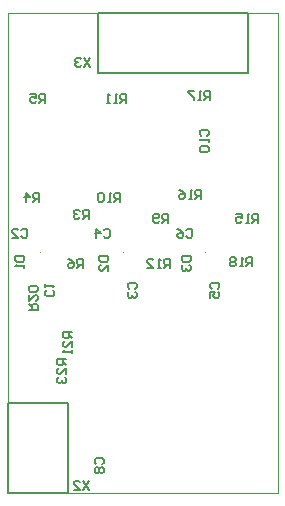
<source format=gbo>
%FSLAX25Y25*%
%MOIN*%
G70*
G01*
G75*
G04 Layer_Color=11599871*
%ADD10R,0.06299X0.07087*%
%ADD11R,0.12362X0.02835*%
%ADD12R,0.15748X0.02362*%
%ADD13R,0.02402X0.03268*%
%ADD14R,0.15748X0.08465*%
%ADD15O,0.02362X0.08661*%
%ADD16R,0.03543X0.03150*%
%ADD17R,0.03937X0.05906*%
G04:AMPARAMS|DCode=18|XSize=8.66mil|YSize=27.56mil|CornerRadius=0mil|HoleSize=0mil|Usage=FLASHONLY|Rotation=45.000|XOffset=0mil|YOffset=0mil|HoleType=Round|Shape=Rectangle|*
%AMROTATEDRECTD18*
4,1,4,0.00668,-0.01281,-0.01281,0.00668,-0.00668,0.01281,0.01281,-0.00668,0.00668,-0.01281,0.0*
%
%ADD18ROTATEDRECTD18*%

G04:AMPARAMS|DCode=19|XSize=8.66mil|YSize=27.56mil|CornerRadius=0mil|HoleSize=0mil|Usage=FLASHONLY|Rotation=315.000|XOffset=0mil|YOffset=0mil|HoleType=Round|Shape=Rectangle|*
%AMROTATEDRECTD19*
4,1,4,-0.01281,-0.00668,0.00668,0.01281,0.01281,0.00668,-0.00668,-0.01281,-0.01281,-0.00668,0.0*
%
%ADD19ROTATEDRECTD19*%

%ADD20P,0.20044X4X360.0*%
%ADD21C,0.02000*%
%ADD22C,0.00600*%
%ADD23C,0.00800*%
%ADD24R,0.58000X0.10500*%
%ADD25R,0.07000X0.20000*%
%ADD26R,0.11000X0.04500*%
%ADD27R,0.10000X0.04500*%
%ADD28R,0.07500X0.05500*%
%ADD29R,0.07000X0.17000*%
%ADD30R,0.07000X0.33000*%
%ADD31R,0.08000X0.05500*%
%ADD32R,0.06500X0.17000*%
%ADD33C,0.00200*%
%ADD34R,0.05906X0.05906*%
%ADD35C,0.05906*%
%ADD36R,0.05906X0.05906*%
%ADD37C,0.01969*%
%ADD38R,0.07087X0.06299*%
%ADD39R,0.05906X0.05118*%
%ADD40R,0.01378X0.01378*%
%ADD41R,0.03150X0.03543*%
%ADD42R,0.04500X0.14500*%
%ADD43R,0.08000X0.19000*%
%ADD44R,0.08000X0.19500*%
%ADD45R,0.07000X0.21000*%
%ADD46R,0.07000X0.19500*%
%ADD47R,0.17000X0.07500*%
%ADD48R,0.23500X0.07500*%
%ADD49R,0.23000X0.07500*%
%ADD50C,0.00984*%
%ADD51C,0.00787*%
%ADD52C,0.00500*%
%ADD53R,0.07099X0.07887*%
%ADD54R,0.13162X0.03635*%
%ADD55R,0.16548X0.03162*%
%ADD56R,0.03202X0.04068*%
%ADD57R,0.16548X0.09265*%
%ADD58O,0.03162X0.09461*%
%ADD59R,0.04343X0.03950*%
%ADD60R,0.04737X0.06706*%
G04:AMPARAMS|DCode=61|XSize=16.66mil|YSize=35.56mil|CornerRadius=0mil|HoleSize=0mil|Usage=FLASHONLY|Rotation=45.000|XOffset=0mil|YOffset=0mil|HoleType=Round|Shape=Rectangle|*
%AMROTATEDRECTD61*
4,1,4,0.00668,-0.01846,-0.01846,0.00668,-0.00668,0.01846,0.01846,-0.00668,0.00668,-0.01846,0.0*
%
%ADD61ROTATEDRECTD61*%

G04:AMPARAMS|DCode=62|XSize=16.66mil|YSize=35.56mil|CornerRadius=0mil|HoleSize=0mil|Usage=FLASHONLY|Rotation=315.000|XOffset=0mil|YOffset=0mil|HoleType=Round|Shape=Rectangle|*
%AMROTATEDRECTD62*
4,1,4,-0.01846,-0.00668,0.00668,0.01846,0.01846,0.00668,-0.00668,-0.01846,-0.01846,-0.00668,0.0*
%
%ADD62ROTATEDRECTD62*%

%ADD63P,0.21175X4X360.0*%
%ADD64R,0.06706X0.06706*%
%ADD65C,0.06706*%
%ADD66R,0.06706X0.06706*%
%ADD67C,0.02769*%
%ADD68R,0.07887X0.07099*%
%ADD69R,0.06706X0.05918*%
%ADD70R,0.02178X0.02178*%
%ADD71R,0.03950X0.04343*%
%ADD72C,0.00394*%
D33*
X-0Y0D02*
X90000D01*
Y160000D01*
X-0D02*
X90000D01*
X-0Y0D02*
Y160000D01*
D51*
X80000Y140000D02*
Y160000D01*
X30000Y140000D02*
Y160000D01*
Y140000D02*
X80000D01*
X30000Y160000D02*
X80000D01*
X20000Y0D02*
Y19167D01*
Y0D02*
Y30000D01*
X-0Y0D02*
Y30000D01*
X20000D01*
X-0Y0D02*
X20000D01*
D52*
X64501Y119001D02*
X64001Y119501D01*
Y120500D01*
X64501Y121000D01*
X66500D01*
X67000Y120500D01*
Y119501D01*
X66500Y119001D01*
X67000Y118001D02*
Y117001D01*
Y117501D01*
X64001D01*
X64501Y118001D01*
Y115502D02*
X64001Y115002D01*
Y114002D01*
X64501Y113502D01*
X66500D01*
X67000Y114002D01*
Y115002D01*
X66500Y115502D01*
X64501D01*
X29501Y9501D02*
X29001Y10001D01*
Y11000D01*
X29501Y11500D01*
X31500D01*
X32000Y11000D01*
Y10001D01*
X31500Y9501D01*
X29501Y8501D02*
X29001Y8001D01*
Y7001D01*
X29501Y6502D01*
X30001D01*
X30501Y7001D01*
X31000Y6502D01*
X31500D01*
X32000Y7001D01*
Y8001D01*
X31500Y8501D01*
X31000D01*
X30501Y8001D01*
X30001Y8501D01*
X29501D01*
X30501Y8001D02*
Y7001D01*
X14999Y67499D02*
X15499Y67000D01*
Y66000D01*
X14999Y65500D01*
X13000D01*
X12500Y66000D01*
Y67000D01*
X13000Y67499D01*
X12500Y68499D02*
Y69499D01*
Y68999D01*
X15499D01*
X14999Y68499D01*
X4501Y87499D02*
X5001Y87999D01*
X6000D01*
X6500Y87499D01*
Y85500D01*
X6000Y85000D01*
X5001D01*
X4501Y85500D01*
X1502Y85000D02*
X3501D01*
X1502Y86999D01*
Y87499D01*
X2001Y87999D01*
X3001D01*
X3501Y87499D01*
X40501Y68001D02*
X40001Y68501D01*
Y69500D01*
X40501Y70000D01*
X42500D01*
X43000Y69500D01*
Y68501D01*
X42500Y68001D01*
X40501Y67001D02*
X40001Y66501D01*
Y65501D01*
X40501Y65002D01*
X41001D01*
X41500Y65501D01*
Y66001D01*
Y65501D01*
X42000Y65002D01*
X42500D01*
X43000Y65501D01*
Y66501D01*
X42500Y67001D01*
X32001Y87499D02*
X32500Y87999D01*
X33500D01*
X34000Y87499D01*
Y85500D01*
X33500Y85000D01*
X32500D01*
X32001Y85500D01*
X29501Y85000D02*
Y87999D01*
X31001Y86500D01*
X29002D01*
X68001Y68001D02*
X67501Y68501D01*
Y69500D01*
X68001Y70000D01*
X70000D01*
X70500Y69500D01*
Y68501D01*
X70000Y68001D01*
X67501Y65002D02*
Y67001D01*
X69001D01*
X68501Y66001D01*
Y65501D01*
X69001Y65002D01*
X70000D01*
X70500Y65501D01*
Y66501D01*
X70000Y67001D01*
X59501Y87499D02*
X60000Y87999D01*
X61000D01*
X61500Y87499D01*
Y85500D01*
X61000Y85000D01*
X60000D01*
X59501Y85500D01*
X56502Y87999D02*
X57501Y87499D01*
X58501Y86500D01*
Y85500D01*
X58001Y85000D01*
X57001D01*
X56502Y85500D01*
Y86000D01*
X57001Y86500D01*
X58501D01*
X2501Y79000D02*
X5500D01*
Y77500D01*
X5000Y77001D01*
X3001D01*
X2501Y77500D01*
Y79000D01*
X5500Y76001D02*
Y75001D01*
Y75501D01*
X2501D01*
X3001Y76001D01*
X30501Y79000D02*
X33500D01*
Y77500D01*
X33000Y77001D01*
X31001D01*
X30501Y77500D01*
Y79000D01*
X33500Y74002D02*
Y76001D01*
X31501Y74002D01*
X31001D01*
X30501Y74501D01*
Y75501D01*
X31001Y76001D01*
X58001Y79000D02*
X61000D01*
Y77500D01*
X60500Y77001D01*
X58501D01*
X58001Y77500D01*
Y79000D01*
X58501Y76001D02*
X58001Y75501D01*
Y74501D01*
X58501Y74002D01*
X59001D01*
X59500Y74501D01*
Y75001D01*
Y74501D01*
X60000Y74002D01*
X60500D01*
X61000Y74501D01*
Y75501D01*
X60500Y76001D01*
X26965Y91335D02*
Y94334D01*
X25465D01*
X24965Y93834D01*
Y92834D01*
X25465Y92334D01*
X26965D01*
X25965D02*
X24965Y91335D01*
X23966Y93834D02*
X23466Y94334D01*
X22466D01*
X21966Y93834D01*
Y93334D01*
X22466Y92834D01*
X22966D01*
X22466D01*
X21966Y92334D01*
Y91834D01*
X22466Y91335D01*
X23466D01*
X23966Y91834D01*
X10500Y97000D02*
Y99999D01*
X9001D01*
X8501Y99499D01*
Y98500D01*
X9001Y98000D01*
X10500D01*
X9500D02*
X8501Y97000D01*
X6001D02*
Y99999D01*
X7501Y98500D01*
X5502D01*
X12500Y130000D02*
Y132999D01*
X11000D01*
X10501Y132499D01*
Y131500D01*
X11000Y131000D01*
X12500D01*
X11500D02*
X10501Y130000D01*
X7502Y132999D02*
X9501D01*
Y131500D01*
X8501Y131999D01*
X8001D01*
X7502Y131500D01*
Y130500D01*
X8001Y130000D01*
X9001D01*
X9501Y130500D01*
X25000Y75000D02*
Y77999D01*
X23501D01*
X23001Y77499D01*
Y76499D01*
X23501Y76000D01*
X25000D01*
X24000D02*
X23001Y75000D01*
X20002Y77999D02*
X21001Y77499D01*
X22001Y76499D01*
Y75500D01*
X21501Y75000D01*
X20501D01*
X20002Y75500D01*
Y76000D01*
X20501Y76499D01*
X22001D01*
X53500Y90000D02*
Y92999D01*
X52000D01*
X51501Y92499D01*
Y91500D01*
X52000Y91000D01*
X53500D01*
X52500D02*
X51501Y90000D01*
X50501Y90500D02*
X50001Y90000D01*
X49001D01*
X48502Y90500D01*
Y92499D01*
X49001Y92999D01*
X50001D01*
X50501Y92499D01*
Y91999D01*
X50001Y91500D01*
X48502D01*
X37500Y97000D02*
Y99999D01*
X36000D01*
X35501Y99499D01*
Y98500D01*
X36000Y98000D01*
X37500D01*
X36500D02*
X35501Y97000D01*
X34501D02*
X33501D01*
X34001D01*
Y99999D01*
X34501Y99499D01*
X32002D02*
X31502Y99999D01*
X30502D01*
X30002Y99499D01*
Y97500D01*
X30502Y97000D01*
X31502D01*
X32002Y97500D01*
Y99499D01*
X39500Y130000D02*
Y132999D01*
X38001D01*
X37501Y132499D01*
Y131500D01*
X38001Y131000D01*
X39500D01*
X38500D02*
X37501Y130000D01*
X36501D02*
X35501D01*
X36001D01*
Y132999D01*
X36501Y132499D01*
X34002Y130000D02*
X33002D01*
X33502D01*
Y132999D01*
X34002Y132499D01*
X54000Y75000D02*
Y77999D01*
X52500D01*
X52001Y77499D01*
Y76499D01*
X52500Y76000D01*
X54000D01*
X53000D02*
X52001Y75000D01*
X51001D02*
X50001D01*
X50501D01*
Y77999D01*
X51001Y77499D01*
X46502Y75000D02*
X48502D01*
X46502Y76999D01*
Y77499D01*
X47002Y77999D01*
X48002D01*
X48502Y77499D01*
X83500Y90000D02*
Y92999D01*
X82000D01*
X81501Y92499D01*
Y91500D01*
X82000Y91000D01*
X83500D01*
X82500D02*
X81501Y90000D01*
X80501D02*
X79501D01*
X80001D01*
Y92999D01*
X80501Y92499D01*
X76002Y92999D02*
X78002D01*
Y91500D01*
X77002Y91999D01*
X76502D01*
X76002Y91500D01*
Y90500D01*
X76502Y90000D01*
X77502D01*
X78002Y90500D01*
X64500Y98000D02*
Y100999D01*
X63001D01*
X62501Y100499D01*
Y99499D01*
X63001Y99000D01*
X64500D01*
X63500D02*
X62501Y98000D01*
X61501D02*
X60501D01*
X61001D01*
Y100999D01*
X61501Y100499D01*
X57002Y100999D02*
X58002Y100499D01*
X59002Y99499D01*
Y98500D01*
X58502Y98000D01*
X57502D01*
X57002Y98500D01*
Y99000D01*
X57502Y99499D01*
X59002D01*
X67500Y131000D02*
Y133999D01*
X66000D01*
X65501Y133499D01*
Y132500D01*
X66000Y132000D01*
X67500D01*
X66500D02*
X65501Y131000D01*
X64501D02*
X63501D01*
X64001D01*
Y133999D01*
X64501Y133499D01*
X62002Y133999D02*
X60002D01*
Y133499D01*
X62002Y131500D01*
Y131000D01*
X81500Y75500D02*
Y78499D01*
X80001D01*
X79501Y77999D01*
Y76999D01*
X80001Y76500D01*
X81500D01*
X80500D02*
X79501Y75500D01*
X78501D02*
X77501D01*
X78001D01*
Y78499D01*
X78501Y77999D01*
X76002D02*
X75502Y78499D01*
X74502D01*
X74002Y77999D01*
Y77499D01*
X74502Y76999D01*
X74002Y76500D01*
Y76000D01*
X74502Y75500D01*
X75502D01*
X76002Y76000D01*
Y76500D01*
X75502Y76999D01*
X76002Y77499D01*
Y77999D01*
X75502Y76999D02*
X74502D01*
X7000Y61000D02*
X9999D01*
Y62499D01*
X9499Y62999D01*
X8500D01*
X8000Y62499D01*
Y61000D01*
Y62000D02*
X7000Y62999D01*
Y65998D02*
Y63999D01*
X8999Y65998D01*
X9499D01*
X9999Y65499D01*
Y64499D01*
X9499Y63999D01*
Y66998D02*
X9999Y67498D01*
Y68498D01*
X9499Y68997D01*
X7500D01*
X7000Y68498D01*
Y67498D01*
X7500Y66998D01*
X9499D01*
X21500Y53500D02*
X18501D01*
Y52000D01*
X19001Y51501D01*
X20000D01*
X20500Y52000D01*
Y53500D01*
Y52500D02*
X21500Y51501D01*
Y48502D02*
Y50501D01*
X19501Y48502D01*
X19001D01*
X18501Y49001D01*
Y50001D01*
X19001Y50501D01*
X21500Y47502D02*
Y46502D01*
Y47002D01*
X18501D01*
X19001Y47502D01*
X19500Y44500D02*
X16501D01*
Y43001D01*
X17001Y42501D01*
X18000D01*
X18500Y43001D01*
Y44500D01*
Y43500D02*
X19500Y42501D01*
Y39502D02*
Y41501D01*
X17501Y39502D01*
X17001D01*
X16501Y40001D01*
Y41001D01*
X17001Y41501D01*
Y38502D02*
X16501Y38002D01*
Y37002D01*
X17001Y36503D01*
X17501D01*
X18000Y37002D01*
Y37502D01*
Y37002D01*
X18500Y36503D01*
X19000D01*
X19500Y37002D01*
Y38002D01*
X19000Y38502D01*
X27000Y3999D02*
X25001Y1000D01*
Y3999D02*
X27000Y1000D01*
X22002D02*
X24001D01*
X22002Y2999D01*
Y3499D01*
X22501Y3999D01*
X23501D01*
X24001Y3499D01*
X27500Y144999D02*
X25501Y142000D01*
Y144999D02*
X27500Y142000D01*
X24501Y144499D02*
X24001Y144999D01*
X23001D01*
X22502Y144499D01*
Y143999D01*
X23001Y143500D01*
X23501D01*
X23001D01*
X22502Y143000D01*
Y142500D01*
X23001Y142000D01*
X24001D01*
X24501Y142500D01*
D72*
X10961Y80146D02*
G03*
X10961Y80146I-197J0D01*
G01*
X38461D02*
G03*
X38461Y80146I-197J0D01*
G01*
X65961D02*
G03*
X65961Y80146I-197J0D01*
G01*
M02*

</source>
